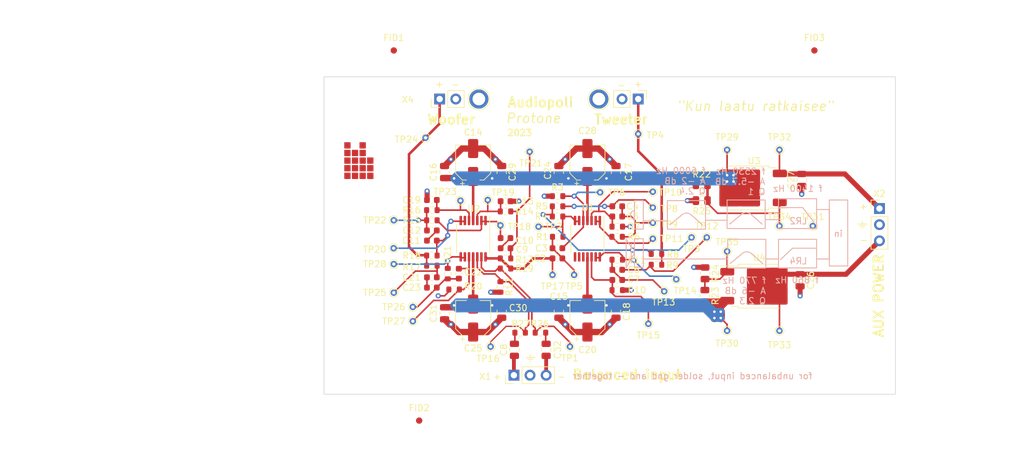
<source format=kicad_pcb>
(kicad_pcb (version 20221018) (generator pcbnew)
  (title_block (title "Active crossover for Audiopoli Protone speakers\n") (date "2023-05-06") (rev "B"))
  (layers (0 "F.Cu" signal) (1 "In1.Cu" power) (2 "In2.Cu" power) (31 "B.Cu" signal) (34 "B.Paste" user) (35 "F.Paste" user) (36 "B.SilkS" user "B.Silkscreen") (37 "F.SilkS" user "F.Silkscreen") (38 "B.Mask" user) (39 "F.Mask" user) (44 "Edge.Cuts" user))
  (net 0 "")
  (net 1 "INP")
  (net 2 "Net-(U1A-+)")
  (net 3 "Net-(U1A--)")
  (net 4 "Net-(C2-Pad2)")
  (net 5 "Net-(U1B-+)")
  (net 6 "Net-(C4-Pad1)")
  (net 7 "Net-(C4-Pad2)")
  (net 8 "Net-(C6-Pad1)")
  (net 9 "Net-(C6-Pad2)")
  (net 10 "Net-(U1D-+)")
  (net 11 "Net-(U2A-+)")
  (net 12 "Net-(C10-Pad1)")
  (net 13 "GND")
  (net 14 "Net-(U2B-+)")
  (net 15 "Net-(C9-Pad1)")
  (net 16 "/CrossW")
  (net 17 "Net-(U2C-+)")
  (net 18 "Net-(C21-Pad1)")
  (net 19 "Net-(C21-Pad2)")
  (net 20 "/BINP")
  (net 21 "Net-(C22-Pad2)")
  (net 22 "/CrossT")
  (net 23 "/betweenT")
  (net 24 "TOUT")
  (net 25 "Net-(U1D--)")
  (net 26 "Net-(U2A--)")
  (net 27 "WOUT")
  (net 28 "/BINN")
  (net 29 "VDD")
  (net 30 "-24V")
  (net 31 "+24V")
  (net 32 "VSS")
  (net 33 "Net-(U3-ADJ)")
  (net 34 "Net-(U4-ADJ)")
  (net 35 "Net-(C11-Pad1)")
  (net 36 "Net-(C12-Pad1)")
  (net 37 "Net-(U2C--)")
  (net 38 "Net-(C2-Pad1)")
  (net 39 "Net-(C8-Pad2)")
  (net 40 "INN")
  (net 41 "Net-(C32-Pad2)")
  (footprint "MountingHole:MountingHole_3.5mm" (layer "F.Cu") (at 123 121)
    (fp_text reference "H3" hide)
    (fp_text value "MountingHole_3.5mm")
  )
  (footprint "TestPoint:TestPoint_THTPad_D1.0mm_Drill0.5mm" (layer "F.Cu") (at 175.9 101.3)
    (fp_text reference "TP3")
    (fp_text value "TestPoint")
  )
  (footprint "Connector_PinHeader_2.54mm:PinHeader_1x02_P2.54mm_Vertical" (layer "F.Cu") (at 167.5 79.5 -90)
    (fp_text reference "X3" hide)
    (fp_text value "PinHeader_1x02_P2.54mm_Vertical")
  )
  (footprint "Capacitor_SMD:CP_Elec_5x5.4" (layer "F.Cu") (at 141.5 89.5 90)
    (fp_text reference "C14")
    (fp_text value "10u")
  )
  (footprint "Capacitor_SMD:C_0603_1608Metric" (layer "F.Cu") (at 135 107.58)
    (fp_text reference "C21")
    (fp_text value "180n")
  )
  (footprint "Fiducial:Fiducial_1mm_Mask2mm" (layer "F.Cu") (at 195.25 71.85)
    (fp_text reference "FID3")
    (fp_text value "Fiducial_1mm_Mask2mm")
  )
  (footprint "Resistor_SMD:R_0805_2012Metric" (layer "F.Cu") (at 177.5 93)
    (fp_text reference "R22")
    (fp_text value "470")
  )
  (footprint "Resistor_SMD:R_0603_1608Metric" (layer "F.Cu") (at 164.2 104.8)
    (fp_text reference "R11")
    (fp_text value "120")
  )
  (footprint "Capacitor_SMD:C_0805_2012Metric" (layer "F.Cu") (at 164 91 -90)
    (fp_text reference "C17")
    (fp_text value "100n")
  )
  (footprint "Resistor_SMD:R_0805_2012Metric" (layer "F.Cu") (at 177.5 95.5 180)
    (fp_text reference "R25")
    (fp_text value "2.2k")
  )
  (footprint "TestPoint:TestPoint_THTPad_D1.0mm_Drill0.5mm" (layer "F.Cu") (at 189.75 87.5)
    (fp_text reference "TP32")
    (fp_text value "TestPoint")
  )
  (footprint "Package_SO:TSSOP-14_4.4x5mm_P0.65mm" (layer "F.Cu") (at 159.5 101.5 -90)
    (fp_text reference "U1")
    (fp_text value "OPA1604")
  )
  (footprint "Capacitor_SMD:CP_Elec_5x5.4" (layer "F.Cu") (at 159.5 114 90)
    (fp_text reference "C15")
    (fp_text value "10u")
  )
  (footprint "Capacitor_SMD:C_0603_1608Metric" (layer "F.Cu") (at 146.6 95.6 180)
    (fp_text reference "C13")
    (fp_text value "56n")
  )
  (footprint "TestPoint:TestPoint_THTPad_D1.0mm_Drill0.5mm" (layer "F.Cu") (at 150.4 87.8)
    (fp_text reference "TP21")
    (fp_text value "TestPoint")
  )
  (footprint "Capacitor_SMD:C_0805_2012Metric" (layer "F.Cu") (at 146 113 -90)
    (fp_text reference "C30")
    (fp_text value "100n")
  )
  (footprint "Capacitor_SMD:C_0805_2012Metric" (layer "F.Cu") (at 164 113 -90)
    (fp_text reference "C18")
    (fp_text value "100n")
  )
  (footprint "TestPoint:TestPoint_THTPad_D1.0mm_Drill0.5mm" (layer "F.Cu") (at 169.1 114.9)
    (fp_text reference "TP15")
    (fp_text value "TestPoint")
  )
  (footprint "TestPoint:TestPoint_THTPad_D1.0mm_Drill0.5mm" (layer "F.Cu") (at 181.5 116)
    (fp_text reference "TP30")
    (fp_text value "TestPoint")
  )
  (footprint "TestPoint:TestPoint_THTPad_D1.0mm_Drill0.5mm" (layer "F.Cu") (at 189.75 99.5)
    (fp_text reference "TP34")
    (fp_text value "TestPoint")
  )
  (footprint "Resistor_SMD:R_0603_1608Metric" (layer "F.Cu") (at 135 98.6)
    (fp_text reference "R15")
    (fp_text value "2.4k")
  )
  (footprint "Resistor_SMD:R_0603_1608Metric" (layer "F.Cu") (at 146.6 106.2)
    (fp_text reference "R19")
    (fp_text value "10k")
  )
  (footprint "TestPoint:TestPoint_THTPad_D1.0mm_Drill0.5mm" (layer "F.Cu") (at 178.3 101.3)
    (fp_text reference "TP12")
    (fp_text value "TestPoint")
  )
  (footprint "TestPoint:TestPoint_THTPad_D1.0mm_Drill0.5mm" (layer "F.Cu") (at 129 110)
    (fp_text reference "TP25")
    (fp_text value "TestPoint")
  )
  (footprint "Resistor_SMD:R_0805_2012Metric" (layer "F.Cu") (at 178.025 106.945 -90)
    (fp_text reference "R24")
    (fp_text value "2.2k")
  )
  (footprint "Capacitor_SMD:C_0603_1608Metric" (layer "F.Cu") (at 139.25 107 -90)
    (fp_text reference "C22")
    (fp_text value "22n")
  )
  (footprint "TestPoint:TestPoint_THTPad_D1.0mm_Drill0.5mm" (layer "F.Cu") (at 195 99.5)
    (fp_text reference "TP31")
    (fp_text value "TestPoint")
  )
  (footprint "TestPoint:TestPoint_THTPad_D1.0mm_Drill0.5mm" (layer "F.Cu") (at 161.5 94.2)
    (fp_text reference "TP6")
    (fp_text value "TestPoint")
  )
  (footprint "MountingHole:MountingHole_3.5mm" (layer "F.Cu") (at 123 81)
    (fp_text reference "H1" hide)
    (fp_text value "MountingHole_3.5mm")
  )
  (footprint "Capacitor_SMD:C_0603_1608Metric" (layer "F.Cu") (at 135 109.2 180)
    (fp_text reference "C23")
    (fp_text value "180n")
  )
  (footprint "Capacitor_SMD:C_0603_1608Metric" (layer "F.Cu") (at 154.775 103)
    (fp_text reference "C3")
    (fp_text value "47n")
  )
  (footprint "Capacitor_SMD:C_0603_1608Metric" (layer "F.Cu") (at 135 101.8)
    (fp_text reference "C11")
    (fp_text value "220n")
  )
  (footprint "Capacitor_SMD:C_0805_2012Metric" (layer "F.Cu") (at 193 108.05 -90)
    (fp_text reference "C26")
    (fp_text value "100n")
  )
  (footprint "TestPoint:TestPoint_THTPad_D1.0mm_Drill0.5mm" (layer "F.Cu") (at 132 114.5)
    (fp_text reference "TP27")
    (fp_text value "TestPoint")
  )
  (footprint "TestPoint:TestPoint_THTPad_D1.0mm_Drill0.5mm" (layer "F.Cu") (at 181.5 87.5)
    (fp_text reference "TP29")
    (fp_text value "TestPoint")
  )
  (footprint "Capacitor_SMD:C_0805_2012Metric" (layer "F.Cu") (at 155 113 -90)
    (fp_text reference "C20")
    (fp_text value "100n")
  )
  (footprint "Resistor_SMD:R_0603_1608Metric" (layer "F.Cu") (at 170.375 105.6)
    (fp_text reference "R9")
    (fp_text value "5.6k")
  )
  (footprint "TestPoint:TestPoint_THTPad_D1.0mm_Drill0.5mm" (layer "F.Cu") (at 129 105.5)
    (fp_text reference "TP28")
    (fp_text value "TestPoint")
  )
  (footprint "Resistor_SMD:R_0603_1608Metric" (layer "F.Cu") (at 146.6 104.6 180)
    (fp_text reference "R13")
    (fp_text value "2.4k")
  )
  (footprint "TestPoint:TestPoint_THTPad_D1.0mm_Drill0.5mm" (layer "F.Cu") (at 169.8 94.1)
    (fp_text reference "TP10")
    (fp_text value "TestPoint")
  )
  (footprint "Resistor_SMD:R_0603_1608Metric" (layer "F.Cu") (at 154.8 94.8 180)
    (fp_text reference "R3")
    (fp_text value "2.4k")
  )
  (footprint "TestPoint:TestPoint_THTPad_D1.0mm_Drill0.5mm" (layer "F.Cu") (at 171.6 109.8)
    (fp_text reference "TP13")
    (fp_text value "TestPoint")
  )
  (footprint "Capacitor_SMD:C_0603_1608Metric" (layer "F.Cu") (at 146.6 101.4 180)
    (fp_text reference "C10")
    (fp_text value "220n")
  )
  (footprint "Connector_PinHeader_2.54mm:PinHeader_1x03_P2.54mm_Vertical" (layer "F.Cu") (at 147.92 123 90)
    (fp_text reference "X1")
    (fp_text value "PinHeader_1x03_P2.54mm_Vertical")
  )
  (footprint "Resistor_SMD:R_0603_1608Metric" (layer "F.Cu") (at 146.6 97.2)
    (fp_text reference "R14")
    (fp_text value "2.4k")
  )
  (footprint "TestPoint:TestPoint_THTPad_D1.0mm_Drill0.5mm" (layer "F.Cu") (at 134 85.6)
    (fp_text reference "TP24")
    (fp_text value "TestPoint")
  )
  (footprint "TestPoint:TestPoint_THTPad_D1.0mm_Drill0.5mm" (layer "F.Cu") (at 173.5 107.9)
    (fp_text reference "TP14")
    (fp_text value "TestPoint")
  )
  (footprint "Capacitor_SMD:C_0805_2012Metric" (layer "F.Cu") (at 148 119 90)
    (fp_text reference "C8")
    (fp_text value "1u")
  )
  (footprint "Capacitor_SMD:C_0805_2012Metric" (layer "F.Cu") (at 146 91 -90)
    (fp_text reference "C29")
    (fp_text value "100n")
  )
  (footprint "Capacitor_SMD:C_0603_1608Metric" (layer "F.Cu") (at 135 100.2)
    (fp_text reference "C12")
    (fp_text value "220n")
  )
  (footprint "Connector_PinHeader_2.54mm:PinHeader_1x03_P2.54mm_Vertical" (layer "F.Cu") (at 205.5 96.75)
    (fp_text reference "X2")
    (fp_text value "PinHeader_1x03_P2.54mm_Vertical")
  )
  (footprint "Connector_PinHeader_2.54mm:PinHeader_1x02_P2.54mm_Vertical" (layer "F.Cu") (at 136.225 79.5 90)
    (fp_text reference "X4")
    (fp_text value "PinHeader_1x02_P2.54mm_Vertical")
  )
  (footprint "Capacitor_SMD:C_0805_2012Metric" (layer "F.Cu") (at 193.25 92.25 90)
    (fp_text reference "C27")
    (fp_text value "100n")
  )
  (footprint "Resistor_SMD:R_0603_1608Metric" (layer "F.Cu") (at 148.9 116.3)
    (fp_text reference "R27")
    (fp_text value "10k")
  )
  (footprint "TestPoint:TestPoint_THTPad_D1.0mm_Drill0.5mm" (layer "F.Cu") (at 156.75 118.5)
    (fp_text reference "TP1")
    (fp_text value "TestPoint")
  )
  (footprint "Capacitor_SMD:C_0603_1608Metric" (layer "F.Cu") (at 154.775 104.6)
    (fp_text reference "C2")
    (fp_text value "47n")
  )
  (footprint "Capacitor_SMD:C_0603_1608Metric" (layer "F.Cu") (at 164.2 108)
    (fp_text reference "C7")
    (fp_text value "22n")
  )
  (footprint "Resistor_SMD:R_0603_1608Metric" (layer "F.Cu") (at 138.5 109.5)
    (fp_text reference "R20")
    (fp_text value "100k")
  )
  (footprint "Package_TO_SOT_SMD:TO-252-2" (layer "F.Cu") (at 184.75 93.5 180)
    (fp_text reference "U3")
    (fp_text value "LM317_TO-252")
  )
  (footprint "Resistor_SMD:R_0603_1608Metric" (layer "F.Cu") (at 164.2 109.6 180)
    (fp_text reference "R10")
    (fp_text value "100k")
  )
  (footprint "MountingHole:MountingHole_3.5mm" (layer "F.Cu") (at 203 121)
    (fp_text reference "H4" hide)
    (fp_text value "MountingHole_3.5mm")
  )
  (footprint "Resistor_SMD:R_0603_1608Metric" (layer "F.Cu") (at 154.8 96.4 180)
    (fp_text reference "R5")
    (fp_text value "1k")
  )
  (footprint "Fiducial:Fiducial_1mm_Mask2mm" (layer "F.Cu") (at 129 71.85)
    (fp_text reference "FID1")
    (fp_text value "Fiducial_1mm_Mask2mm")
  )
  (footprint "TestPoint:TestPoint_THTPad_D1.0mm_Drill0.5mm" (layer "F.Cu") (at 181.5 103.5)
    (fp_text reference "TP35")
    (fp_text value "TestPoint")
  )
  (footprint "Capacitor_SMD:C_0603_1608Metric" (layer "F.Cu") (at 146.6 103 180)
    (fp_text reference "C9")
    (fp_text value "220n")
  )
  (footprint "Capacitor_SMD:C_0805_2012Metric" (layer "F.Cu") (at 137 113.25 -90)
    (fp_text reference "C31")
    (fp_text value "100n")
  )
  (footprint "TestPoint:TestPoint_THTPad_D1.0mm_Drill0.5mm" (layer "F.Cu") (at 157.4 107.2)
    (fp_text reference "TP5")
    (fp_text value "TestPoint")
  )
  (footprint "Resistor_SMD:R_0805_2012Metric" (layer "F.Cu") (at 178 110.5 -90)
    (fp_text reference "R23")
    (fp_text value "470")
  )
  (footprint "MountingHole:MountingHole_3.5mm" (layer "F.Cu") (at 203 81)
    (fp_text reference "H2" hide)
    (fp_text value "MountingHole_3.5mm")
  )
  (footprint "TestPoint:TestPoint_THTPad_D1.0mm_Drill0.5mm" (layer "F.Cu") (at 167.5 85)
    (fp_text reference "TP4")
    (fp_text value "TestPoint")
  )
  (footprint "Capacitor_SMD:C_0603_1608Metric" (layer "F.Cu") (at 164.2 106.4)
    (fp_text reference "C6")
    (fp_text value "2.7n")
  )
  (footprint "TestPoint:TestPoint_THTPad_D1.0mm_Drill0.5mm" (layer "F.Cu") (at 169.8 99)
    (fp_text reference "TP9")
    (fp_text value "TestPoint")
  )
  (footprint "Resistor_SMD:R_0603_1608Metric" (layer "F.Cu") (at 164.175 101.2 180)
    (fp_text reference "R6")
    (fp_text value "33")
  )
  (footprint "TestPoint:TestPoint_THTPad_D1.0mm_Drill0.5mm" (layer "F.Cu") (at 169.8 101.5)
    (fp_text reference "TP11")
    (fp_text value "TestPoint")
  )
  (footprint "TestPoint:TestPoint_Plated_Hole_D2.0mm" (layer "F.Cu") (at 161.3 79.5)
    (fp_text reference "REF**" hide)
    (fp_text value "TestPoint_Plated_Hole_D2.0mm")
  )
  (footprint "Resistor_SMD:R_0603_1608Metric" (layer "F.Cu") (at 137.5 107 90)
    (fp_text reference "R21")
    (fp_text value "205")
  )
  (footprint "TestPoint:TestPoint_THTPad_D1.0mm_Drill0.5mm" (layer "F.Cu") (at 189.75 116)
    (fp_text reference "TP33")
    (fp_text value "TestPoint")
  )
  (footprint "Capacitor_SMD:C_0603_1608Metric" (layer "F.Cu") (at 164.2 98)
    (fp_text reference "C5")
    (fp_text value "22n")
  )
  (footprint "Resistor_SMD:R_0603_1608Metric" (layer "F.Cu") (at 170.375 103.9 180)
    (fp_text reference "R8")
    (fp_text value "1.5k")
  )
  (footprint "Capacitor_SMD:C_0805_2012Metric" (layer "F.Cu") (at 155 91 -90)
    (fp_text reference "C24")
    (fp_text value "100n")
  )
  (footprint "Capacitor_SMD:C_0603_1608Metric" (layer "F.Cu") (at 135 95.4)
    (fp_text reference "C19")
    (fp_text value "56n")
  )
  (footprint "Resistor_SMD:R_0603_1608Metric" (layer "F.Cu") (at 154.825 101.2 180)
    (fp_text reference "R1")
    (fp_text value "2.4k")
  )
  (footprint "Resistor_SMD:R_0603_1608Metric" (layer "F.Cu") (at 152.1 116.3)
    (fp_text reference "R26")
    (fp_text value "10k")
  )
  (footprint "Resistor_SMD:R_0603_1608Metric" (layer "F.Cu") (at 164.2 99.6 180)
    (fp_text reference "R7")
    (fp_text value "100k")
  )
  (footprint "Fiducial:Fiducial_1mm_Mask2mm" (layer "F.Cu") (at 133 130.15)
    (fp_text reference "FID2")
    (fp_text value "Fiducial_1mm_Mask2mm")
  )
  (footprint "TestPoint:TestPoint_THTPad_D1.0mm_Drill0.5mm" (layer "F.Cu") (at 169.8 96.6)
    (fp_text reference "TP8")
    (fp_text value "TestPoint")
  )
  (footprint "Resistor_SMD:R_0603_1608Metric" (layer "F.Cu") (at 135 97 180)
    (fp_text reference "R16")
    (fp_text value "2.4k")
  )
  (footprint "TestPoint:TestPoint_THTPad_D1.0mm_Drill0.5mm" (layer "F.Cu") (at 139.5 95.5)
    (fp_text reference "TP23")
    (fp_text value "TestPoint")
  )
  (footprint "TestPoint:TestPoint_Plated_Hole_D2.0mm" (layer "F.Cu") (at 142.4 79.5)
    (fp_text reference "REF**" hide)
    (fp_text value "TestPoint_Plated_Hole_D2.0mm")
  )
  (footprint "Resistor_SMD:R_0603_1608Metric" (layer "F.Cu") (at 135 105.75 180)
    (fp_text reference "R17")
    (fp_text value "820")
  )
  (footprint "Package_TO_SOT_SMD:TO-252-2" (layer "F.Cu") (at 186.565 108.975)
    (fp_text reference "U4")
    (fp_text value "LM337_TO252")
  )
  (footprint "Capacitor_SMD:CP_Elec_5x5.4" (layer "F.Cu") (at 159.5 89.5 90)
    (fp_text reference "C28")
    (fp_text value "10u")
  )
  (footprint "Capacitor_SMD:CP_Elec_5x5.4" (layer "F.Cu") (at 141.5 114 90)
    (fp_text reference "C25")
    (fp_text value "10u")
  )
  (footprint "TestPoint:TestPoint_THTPad_D1.0mm_Drill0.5mm" (layer "F.Cu") (at 143.8 95.4)
    (fp_text reference "TP19")
    (fp_text value "TestPoint")
  )
  (footprint "Capacitor_SMD:C_0805_2012Metric" (layer "F.Cu") (at 137 91 -90)
    (fp_text reference "C16")
    (fp_text value "100n")
  )
  (footprint "Resistor_SMD:R_0603_1608Metric" (layer "F.Cu") (at 154.8 98)
    (fp_text reference "R4")
    (fp_text value "1k")
  )
  (footprint "Capacitor_SMD:C_0603_1608Metric" (layer "F.Cu") (at 164.2 96.4 180)
    (fp_text reference "C4")
    (fp_text value "56n")
  )
  (footprint "TestPoint:TestPoint_THTPad_D1.0mm_Drill0.5mm" (layer "F.Cu") (at 151.8 99.6)
    (fp_text reference "TP2")
    (fp_text value "TestPoint")
  )
  (footprint "Resistor_SMD:R_0603_1608Metric" (layer "F.Cu") (at 135 104.15)
    (fp_text reference "R18")
    (fp_text value "1k")
  )
  (footprint "TestPoint:TestPoint_THTPad_D1.0mm_Drill0.5mm" (layer "F.Cu") (at 129 98.6)
    (fp_text reference "TP22")
    (fp_text value "TestPoint")
  )
  (footprint "TestPoint:TestPoint_THTPad_D1.0mm_Drill0.5mm" (layer "F.Cu") (at 145.8 99.4)
    (fp_text reference "TP18")
    (fp_text value "TestPoint")
  )
  (footprint "Resistor_SMD:R_0603_1608Metric" (layer "F.Cu") (at 145.8 109.1 -90)
    (fp_text reference "R12")
    (fp_text value "10k")
  )
  (footprint "Capacitor_SMD:C_0805_2012Metric" (layer "F.Cu") (at 153 119 90)
    (fp_text reference "C32")
    (fp_text value "1u")
  )
  (footprint "TestPoint:TestPoint_THTPad_D1.0mm_Drill0.5mm" (layer "F.Cu") (at 128.975 103)
    (fp_text reference "TP20")
    (fp_text value "TestPoint")
  )
  (footprint "TestPoint:TestPoint_THTPad_D1.0mm_Drill0.5mm" (layer "F.Cu") (at 144.25 118.5)
    (fp_text reference "TP16")
    (fp_text value "TestPoint")
  )
  (footprint "TestPoint:TestPoint_THTPad_D1.0mm_Drill0.5mm" (layer "F.Cu") (at 132 112.25)
    (fp_text reference "TP26")
    (fp_text value "TestPoint")
  )
  (footprint "TestPoint:TestPoint_THTPad_D1.0mm_Drill0.5mm" (layer "F.Cu") (at 154 107.2)
    (fp_text reference "TP17")
    (fp_text value "TestPoint")
  )
  (footprint "Package_SO:TSSOP-14_4.4x5mm_P0.65mm" (layer "F.Cu") (at 141.5 101.5 -90)
    (fp_text reference "U2")
    (fp_text value "OPA1604")
  )
  (gr_rect (start 124.9 90) (end 125.7 90.8) (stroke (width 0.2)) (fill solid) (layer "F.Cu"))
  (gr_rect (start 123.7 86.4) (end 124.5 87.2) (stroke (width 0.2)) (fill solid) (layer "F.Cu"))
  (gr_rect (start 122.5 88.8) (end 123.3 89.6) (stroke (width 0.2)) (fill solid) (layer "F.Cu"))
  (gr_rect (start 122.5 91.2) (end 123.3 92) (stroke (width 0.2)) (fill solid) (layer "F.Cu"))
  (gr_rect (start 124.9 91.2) (end 125.7 92) (stroke (width 0.2)) (fill solid) (layer "F.Cu"))
  (gr_rect (start 123.7 88.8) (end 124.5 89.6) (stroke (width 0.2)) (fill solid) (layer "F.Cu"))
  (gr_rect (start 123.7 87.6) (end 124.5 88.4) (stroke (width 0.2)) (fill solid) (layer "F.Cu"))
  (gr_rect (start 121.3 90) (end 122.1 90.8) (stroke (width 0.2)) (fill solid) (layer "F.Cu"))
  (gr_rect (start 122.5 90) (end 123.3 90.8) (stroke (width 0.2)) (fill solid) (layer "F.Cu"))
  (gr_rect (start 121.3 91.2) (end 122.1 92) (stroke (width 0.2)) (fill solid) (layer "F.Cu"))
  (gr_rect (start 123.7 90) (end 124.5 90.8) (stroke (width 0.2)) (fill solid) (layer "F.Cu"))
  (gr_rect (start 122.5 87.6) (end 123.3 88.4) (stroke (width 0.2)) (fill solid) (layer "F.Cu"))
  (gr_rect (start 121.3 87.6) (end 122.1 88.4) (stroke (width 0.2)) (fill solid) (layer "F.Cu"))
  (gr_rect (start 123.7 91.2) (end 124.5 92) (stroke (width 0.2)) (fill solid) (layer "F.Cu"))
  (gr_rect (start 121.3 88.8) (end 122.1 89.6) (stroke (width 0.2)) (fill solid) (layer "F.Cu"))
  (gr_rect (start 124.9 88.8) (end 125.7 89.6) (stroke (width 0.2)) (fill solid) (layer "F.Cu"))
  (gr_rect (start 121.3 86.4) (end 122.1 87.2) (stroke (width 0.2)) (fill solid) (layer "F.Cu"))
  (gr_rect (start 189.6 101.6) (end 195.6 106.1) (stroke (width 0.15)) (fill none) (layer "B.SilkS"))
  (gr_arc (start 183.706951 104.005406) (mid 184.5297 103.570817) (end 185.399999 103.900001) (stroke (width 0.15)) (layer "B.SilkS"))
  (gr_rect (start 166.9 101.5) (end 168.3 106) (stroke (width 0.15)) (fill none) (layer "B.SilkS"))
  (gr_line (start 181.9 99.2) (end 183.6 97.8) (stroke (width 0.15)) (layer "B.SilkS"))
  (gr_line (start 187.1 105.4) (end 185.4 103.9) (stroke (width 0.15)) (layer "B.SilkS"))
  (gr_line (start 166.4 102.3) (end 166.4 105.3) (stroke (width 0.15)) (layer "B.SilkS"))
  (gr_line (start 181.6 104.7) (end 168.3 104.7) (stroke (width 0.15)) (layer "B.SilkS"))
  (gr_rect (start 166.9 95.5) (end 168.3 100) (stroke (width 0.15)) (fill none) (layer "B.SilkS"))
  (gr_line (start 195.6 103) (end 191.8 103) (stroke (width 0.15)) (layer "B.SilkS"))
  (gr_line (start 189.6 104.7) (end 187.6 104.7) (stroke (width 0.15)) (layer "B.SilkS"))
  (gr_arc (start 166.9 98.4) (mid 166.25 97.75) (end 166.9 97.1) (stroke (width 0.15)) (layer "B.SilkS"))
  (gr_rect (start 189.6 95.2) (end 195.6 99.9) (stroke (width 0.15)) (fill none) (layer "B.SilkS"))
  (gr_arc (start 174.206951 97.905406) (mid 175.0297 97.470817) (end 175.899999 97.800001) (stroke (width 0.15)) (layer "B.SilkS"))
  (gr_line (start 181.5 98.6) (end 178.1 98.6) (stroke (width 0.15)) (layer "B.SilkS"))
  (gr_line (start 191.8 103) (end 189.9 104.8) (stroke (width 0.15)) (layer "B.SilkS"))
  (gr_line (start 189.5 98.5) (end 187.5 98.5) (stroke (width 0.15)) (layer "B.SilkS"))
  (gr_line (start 165.6 106.1) (end 166.9 103.75) (stroke (width 0.15)) (layer "B.SilkS"))
  (gr_line (start 187 99.2) (end 185.3 97.7) (stroke (width 0.15)) (layer "B.SilkS"))
  (gr_line (start 193.4 96.6) (end 195.2 98.9) (stroke (width 0.15)) (layer "B.SilkS"))
  (gr_arc (start 183.606951 97.805406) (mid 184.4297 97.370817) (end 185.299999 97.700001) (stroke (width 0.15)) (layer "B.SilkS"))
  (gr_line (start 177.6 99.3) (end 175.9 97.8) (stroke (width 0.15)) (layer "B.SilkS"))
  (gr_line (start 197.6 96.9) (end 195.6 96.9) (stroke (width 0.15)) (layer "B.SilkS"))
  (gr_line (start 166.9 103.75) (end 165.6 101.5) (stroke (width 0.15)) (layer "B.SilkS"))
  (gr_line (start 182 105.4) (end 183.7 104) (stroke (width 0.15)) (layer "B.SilkS"))
  (gr_line (start 172.1 98.7) (end 168.3 98.7) (stroke (width 0.15)) (layer "B.SilkS"))
  (gr_line (start 197.6 104.7) (end 195.6 104.7) (stroke (width 0.15)) (layer "B.SilkS"))
  (gr_line (start 197.6 104.7) (end 197.6 96.9) (stroke (width 0.15)) (layer "B.SilkS"))
  (gr_rect (start 181.5 95.4) (end 187.5 99.9) (stroke (width 0.15)) (fill none) (layer "B.SilkS"))
  (gr_line (start 172.5 99.3) (end 174.2 97.9) (stroke (width 0.15)) (layer "B.SilkS"))
  (gr_rect (start 197.6 95.4) (end 200.5 105.8) (stroke (width 0.15)) (fill none) (layer "B.SilkS"))
  (gr_rect (start 181.6 101.6) (end 187.6 106.1) (stroke (width 0.15)) (fill none) (layer "B.SilkS"))
  (gr_line (start 189.6 96.6) (end 193.4 96.6) (stroke (width 0.15)) (layer "B.SilkS"))
  (gr_line (start 165.6 101.5) (end 165.6 106.1) (stroke (width 0.15)) (layer "B.SilkS"))
  (gr_rect (start 172.1 95.5) (end 178.1 100) (stroke (width 0.15)) (fill none) (layer "B.SilkS"))
  (gr_line (start 202.1 99.2) (end 203.5 99.2) (stroke (width 0.15)) (layer "F.SilkS"))
  (gr_line (start 150.9 120.5) (end 150.1 120.5) (stroke (width 0.15)) (layer "F.SilkS"))
  (gr_line (start 149.8 120.2) (end 151.2 120.2) (stroke (width 0.15)) (layer "F.SilkS"))
  (gr_line (start 202.8 98.8) (end 202.8 99.2) (stroke (width 0.15)) (layer "F.SilkS"))
  (gr_line (start 150.5 119.8) (end 150.5 120.2) (stroke (width 0.15)) (layer "F.SilkS"))
  (gr_line (start 202.9 99.8) (end 202.7 99.8) (stroke (width 0.15)) (layer "F.SilkS"))
  (gr_line (start 203.2 99.5) (end 202.4 99.5) (stroke (width 0.15)) (layer "F.SilkS"))
  (gr_line (start 150.6 120.8) (end 150.4 120.8) (stroke (width 0.15)) (layer "F.SilkS"))
  (gr_rect (start 118 76) (end 208 126) (stroke (width 0.1)) (fill none) (layer "Edge.Cuts"))
  (gr_text "f 2530 Hz\nA -5.7 dB\nQ 1" (at 187.6 94.7) (layer "B.SilkS") (effects (font (size 1 1)) (justify left bottom mirror)))
  (gr_text "f 6000 Hz\nA -2 dB\nQ 2.4" (at 178.2 94.6) (layer "B.SilkS") (effects (font (size 1 1)) (justify left bottom mirror)))
  (gr_text "f 860 Hz" (at 196 108.6) (layer "B.SilkS") (effects (font (size 1 1)) (justify left bottom mirror)))
  (gr_text "f 1400 Hz" (at 196.6 94.2) (layer "B.SilkS") (effects (font (size 1 1)) (justify left bottom mirror)))
  (gr_text "LR2" (at 194.2 99.3) (layer "B.SilkS") (effects (font (size 1 1)) (justify left bottom mirror)))
  (gr_text "LR4" (at 194.2 105.6) (layer "B.SilkS") (effects (font (size 1 1)) (justify left bottom mirror)))
  (gr_text "in" (at 199.8 101.3) (layer "B.SilkS") (effects (font (size 1 1)) (justify left bottom mirror)))
  (gr_text "for unbalanced input, solder gnd and - together" (at 195 123.7) (layer "B.SilkS") (effects (font (size 1 1)) (justify left bottom mirror)))
  (gr_text "f 770 Hz\nA -6 dB\nQ 2.3" (at 187.7 111.9) (layer "B.SilkS") (effects (font (size 1 1)) (justify left bottom mirror)))
  (gr_text "Woofer" (at 134.1 83.6) (layer "F.SilkS") (effects (font (size 1.5 1.5) (thickness 0.3) bold) (justify left bottom)))
  (gr_text "Protone" (at 146.55 83.4) (layer "F.SilkS") (effects (font (size 1.5 1.5) (thickness 0.1875) italic) (justify left bottom)))
  (gr_text "AUX POWER" (at 206.25 117.2 90) (layer "F.SilkS") (effects (font (size 1.5 1.5) (thickness 0.3) bold) (justify left bottom)))
  (gr_text "Balanced input" (at 157 123.8) (layer "F.SilkS") (effects (font (size 1.5 1.5) (thickness 0.3) bold) (justify left bottom)))
  (gr_text "-" (at 202.3 102.3) (layer "F.SilkS") (effects (font (size 1 1)) (justify left bottom)))
  (gr_text "Tweeter" (at 160.4 83.6) (layer "F.SilkS") (effects (font (size 1.5 1.5) (thickness 0.3) bold) (justify left bottom)))
  (gr_text "-" (at 165.6 76.9 180) (layer "F.SilkS") (effects (font (size 1 1)) (justify left bottom)))
  (gr_text "2023\n" (at 146.8 85.4) (layer "F.SilkS") (effects (font (size 1 1) (thickness 0.2) bold) (justify left bottom)))
  (gr_text "+" (at 146 122.8 180) (layer "F.SilkS") (effects (font (size 1 1)) (justify left bottom)))
  (gr_text "+" (at 168.2 76.7 180) (layer "F.SilkS") (effects (font (size 1 1)) (justify left bottom)))
  (gr_text "-" (at 156.1 122.8 180) (layer "F.SilkS") (effects (font (size 1 1)) (justify left bottom)))
  (gr_text "+" (at 136.9 76.7 180) (layer "F.SilkS") (effects (font (size 1 1)) (justify left bottom)))
  (gr_text "-" (at 139.4 76.8 180) (layer "F.SilkS") (effects (font (size 1 1)) (justify left bottom)))
  (gr_text "Audiopoli\n" (at 146.8 80.9) (layer "F.SilkS") (effects (font (size 1.5 1.5) (thickness 0.3) bold) (justify left bottom)))
  (gr_text "{dblquote}Kun laatu ratkaisee{dblquote}" (at 173.5 81.5) (layer "F.SilkS") (effects (font (size 1.5 1.5) (thickness 0.1875) italic) (justify left bottom)))
  (gr_text "+" (at 202.25 97) (layer "F.SilkS") (effects (font (size 1 1)) (justify left bottom)))
  (segment (start 147.92 123) (end 147.92 120.07) (width 0.6) (layer "F.Cu") (net 1))
  (segment (start 160.15 97.55) (end 160.5 97.2) (width 0.25) (layer "F.Cu") (net 2))
  (segment (start 160.15 98.6375) (end 160.15 97.55) (width 0.25) (layer "F.Cu") (net 2))
  (segment (start 163.425 99.55) (end 163.375 99.6) (width 0.25) (layer "F.Cu") (net 2))
  (segment (start 161.3 96.274695) (end 163.474694 94.1) (width 0.25) (layer "F.Cu") (net 2))
  (segment (start 163.425 98) (end 163.425 99.55) (width 0.25) (layer "F.Cu") (net 2))
  (segment (start 161.3 97.2) (end 161.3 96.274695) (width 0.25) (layer "F.Cu") (net 2))
  (segment (start 163 98) (end 163.425 98) (width 0.25) (layer "F.Cu") (net 2))
  (segment (start 160.5 97.2) (end 161.3 97.2) (width 0.25) (layer "F.Cu") (net 2))
  (segment (start 161.3 97.2) (end 162.2 97.2) (width 0.25) (layer "F.Cu") (net 2))
  (segment (start 163.474694 94.1) (end 169.8 94.1) (width 0.25) (layer "F.Cu") (net 2))
  (segment (start 162.2 97.2) (end 163 98) (width 0.25) (layer "F.Cu") (net 2))
  (segment (start 161.45 99.65) (end 161.45 98.6375) (width 0.25) (layer "F.Cu") (net 3))
  (segment (start 163.35 101.2) (end 163 101.2) (width 0.25) (layer "F.Cu") (net 3))
  (segment (start 164.35 102.2) (end 163.35 101.2) (width 0.25) (layer "F.Cu") (net 3))
  (segment (start 169.1 102.2) (end 164.35 102.2) (width 0.25) (layer "F.Cu") (net 3))
  (segment (start 160.8 98.775) (end 161.45 98.775) (width 0.25) (layer "F.Cu") (net 3))
  (segment (start 163 101.2) (end 161.45 99.65) (width 0.25) (layer "F.Cu") (net 3))
  (segment (start 169.8 101.5) (end 169.1 102.2) (width 0.25) (layer "F.Cu") (net 3))
  (segment (start 155.55 104.55) (end 154 103) (width 0.25) (layer "F.Cu") (net 4))
  (segment (start 155.55 104.6) (end 157.4 106.45) (width 0.25) (layer "F.Cu") (net 4))
  (segment (start 155.55 104.6) (end 155.55 104.55) (width 0.25) (layer "F.Cu") (net 4))
  (segment (start 154 101.2) (end 154 103) (width 0.25) (layer "F.Cu") (net 4))
  (segment (start 157.4 106.45) (end 157.4 107.2) (width 0.25) (layer "F.Cu") (net 4))
  (segment (start 157.4 94.8) (end 157.65 94.8) (width 0.25) (layer "F.Cu") (net 5))
  (segment (start 158.85 96) (end 158.85 98.6375) (width 0.25) (layer "F.Cu") (net 5))
  (segment (start 158.85 99.7) (end 158.85 98.6375) (width 0.25) (layer "F.Cu") (net 5))
  (segment (start 157.65 94.8) (end 158.85 96) (width 0.25) (layer "F.Cu") (net 5))
  (segment (start 155.55 103) (end 158.85 99.7) (width 0.25) (layer "F.Cu") (net 5))
  (segment (start 155.625 94.8) (end 157.4 94.8) (width 0.25) (layer "F.Cu") (net 5))
  (via (at 157.4 94.8) (size 0.8) (drill 0.4) (layers "F.Cu" "B.Cu") (net 5))
  (segment (start 161.5 94.2) (end 158 94.2) (width 0.25) (layer "B.Cu") (net 5))
  (segment (start 158 94.2) (end 157.4 94.8) (width 0.25) (layer "B.Cu") (net 5))
  (segment (start 167 100.6) (end 166.4 101.2) (width 0.25) (layer "F.Cu") (net 6))
  (segment (start 169.8 99) (end 167 99) (width 0.25) (layer "F.Cu") (net 6))
  (segment (start 167 98.6) (end 167 99) (width 0.25) (layer "F.Cu") (net 6))
  (segment (start 164.975 98) (end 166.4 98) (width 0.25) (layer "F.Cu") (net 6))
  (segment (start 166.4 98) (end 167 98.6) (width 0.25) (layer "F.Cu") (net 6))
  (segment (start 166.4 101.2) (end 165 101.2) (width 0.25) (layer "F.Cu") (net 6))
  (segment (start 167 99) (end 167 100.6) (width 0.25) (layer "F.Cu") (net 6))
  (segment (start 164.975 98) (end 164.975 96.4) (width 0.25) (layer "F.Cu") (net 6))
  (segment (start 162.2 96.4) (end 163.425 96.4) (width 0.25) (layer "F.Cu") (net 7))
  (segment (start 164.425 95.4) (end 168.6 95.4) (width 0.25) (layer "F.Cu") (net 7))
  (segment (start 163.425 96.4) (end 164.425 95.4) (width 0.25) (layer "F.Cu") (net 7))
  (segment (start 155.625 96.4) (end 157.4 96.4) (width 0.25) (layer "F.Cu") (net 7))
  (segment (start 168.6 95.4) (end 169.8 96.6) (width 0.25) (layer "F.Cu") (net 7))
  (via (at 157.4 96.4) (size 0.8) (drill 0.4) (layers "F.Cu" "B.Cu") (net 7))
  (via (at 162.2 96.4) (size 0.8) (drill 0.4) (layers "F.Cu" "B.Cu") (net 7))
  (segment (start 157.4 96.4) (end 162.2 96.4) (width 0.25) (layer "B.Cu") (net 7))
  (segment (start 163.375 106.35) (end 163.425 106.4) (width 0.25) (layer "F.Cu") (net 8))
  (segment (start 163.375 104.8) (end 163.375 106.35) (width 0.25) (layer "F.Cu") (net 8))
  (segment (start 163.425 106.45) (end 164.975 108) (width 0.25) (layer "F.Cu") (net 8))
  (segment (start 169.8 108) (end 171.6 109.8) (width 0.25) (layer "F.Cu") (net 8))
  (segment (start 164.975 108) (end 169.8 108) (width 0.25) (layer "F.Cu") (net 8))
  (segment (start 163.425 106.4) (end 163.425 106.45) (width 0.25) (layer "F.Cu") (net 8))
  (segment (start 170.1 106.6) (end 173 106.6) (width 0.25) (layer "F.Cu") (net 9))
  (segment (start 164.975 106.4) (end 168.75 106.4) (width 0.25) (layer "F.Cu") (net 9))
  (segment (start 169.55 105.6) (end 169.55 106.05) (width 0.25) (layer "F.Cu") (net 9))
  (segment (start 173 106.6) (end 178.3 101.3) (width 0.25) (layer "F.Cu") (net 9))
  (segment (start 168.75 106.4) (end 169.55 105.6) (width 0.25) (layer "F.Cu") (net 9))
  (segment (start 169.55 106.05) (end 170.1 106.6) (width 0.25) (layer "F.Cu") (net 9))
  (segment (start 167.9 110.6) (end 163.9 110.6) (width 0.25) (layer "F.Cu") (net 10))
  (segment (start 169.1 111.8) (end 167.9 110.6) (width 0.25) (layer "F.Cu") (net 10))
  (segment (start 160.6 108) (end 160.15 107.55) (width 0.25) (layer "F.Cu") (net 10))
  (segment (start 160.15 107.55) (end 160.15 104.3625) (width 0.25) (layer "F.Cu") (net 10))
  (segment (start 163.9 110.6) (end 163.375 110.075) (width 0.25) (layer "F.Cu") (net 10))
  (segment (start 163.425 108) (end 163.425 109.55) (width 0.25) (layer "F.Cu") (net 10))
  (segment (start 163.425 108) (end 160.6 108) (width 0.25) (layer "F.Cu") (net 10))
  (segment (start 163.425 109.55) (end 163.375 109.6) (width 0.25) (layer "F.Cu") (net 10))
  (segment (start 169.1 114.9) (end 169.1 111.8) (width 0.25) (layer "F.Cu") (net 10))
  (segment (start 163.375 110.075) (end 163.375 109.6) (width 0.25) (layer "F.Cu") (net 10))
  (segment (start 144 95.6) (end 143.8 95.4) (width 0.25) (layer "F.Cu") (net 11))
  (segment (start 143.8 95.4) (end 143.8 97.2) (width 0.25) (layer "F.Cu") (net 11))
  (segment (start 142.15 97.668229) (end 142.15 98.775) (width 0.25) (layer "F.Cu") (net 11))
  (segment (start 145.825 95.6) (end 145.825 97.15) (width 0.25) (layer "F.Cu") (net 11))
  (segment (start 142.618229 97.2) (end 142.15 97.668229) (width 0.25) (layer "F.Cu") (net 11))
  (segment (start 143.8 97.2) (end 142.618229 97.2) (width 0.25) (layer "F.Cu") (net 11))
  (segment (start 145.825 97.15) (end 145.775 97.2) (width 0.25) (layer "F.Cu") (net 11))
  (segment (start 145.775 97.2) (end 143.8 97.2) (width 0.25) (layer "F.Cu") (net 11))
  (segment (start 145.825 103) (end 145.825 102.95) (width 0.25) (layer "F.Cu") (net 12))
  (segment (start 145.825 102.95) (end 147.375 101.4) (width 0.25) (layer "F.Cu") (net 12))
  (segment (start 159.5 87.3) (end 161.25 87.3) (width 1) (layer "F.Cu") (net 13))
  (segment (start 137 110.5) (end 137.675 109.825) (width 0.25) (layer "F.Cu") (net 13))
  (segment (start 156 89.05) (end 156 89) (width 1) (layer "F.Cu") (net 13))
  (segment (start 178.025 106.0325) (end 177.9925 106) (width 0.25) (layer "F.Cu") (net 13))
  (segment (start 193 109) (end 193 110.5) (width 0.8) (layer "F.Cu") (net 13))
  (segment (start 138.05 89) (end 139.75 87.3) (width 1) (layer "F.Cu") (net 13))
  (segment (start 138 89.05) (end 138 89) (width 1) (layer "F.Cu") (net 13))
  (segment (start 134.25 94) (end 134.25 95.375) (width 0.8) (layer "F.Cu") (net 13))
  (segment (start 138 115) (end 138 114.95) (width 1) (layer "F.Cu") (net 13))
  (segment (start 163 115) (end 163 114.95) (width 1) (layer "F.Cu") (net 13))
  (segment (start 141.5 116.2) (end 139.25 116.2) (width 1) (layer "F.Cu") (net 13))
  (segment (start 193.25 93.2) (end 193.25 94.5) (width 0.8) (layer "F.Cu") (net 13))
  (segment (start 162.95 115) (end 163 115) (width 1) (layer "F.Cu") (net 13))
  (segment (start 138 89) (end 138.05 89) (width 1) (layer "F.Cu") (net 13))
  (segment (start 155 90.05) (end 156 89.05) (width 1) (layer "F.Cu") (net 13))
  (segment (start 139.25 116.2) (end 138.05 115) (width 1) (layer "F.Cu") (net 13))
  (segment (start 165.025 109.6) (end 166.4 109.6) (width 0.8) (layer "F.Cu") (net 13))
  (segment (start 156.05 115) (end 156 115) (width 1) (layer "F.Cu") (net 13))
  (segment (start 159.5 116.2) (end 157.25 116.2) (width 1) (layer "F.Cu") (net 13))
  (segment (start 153.975 94.8) (end 152.7 94.8) (width 0.8) (layer "F.Cu") (net 13))
  (segment (start 137 90.05) (end 138 89.05) (width 1) (layer "F.Cu") (net 13))
  (segment (start 141.5 116.2) (end 143.75 116.2) (width 1) (layer "F.Cu") (net 13))
  (segment (start 157.75 87.3) (end 159.5 87.3) (width 1) (layer "F.Cu") (net 13))
  (segment (start 147.375 95.6) (end 148.7 95.6) (width 0.8) (layer "F.Cu") (net 13))
  (segment (start 138 115) (end 137.8 115) (width 1) (layer "F.Cu") (net 13))
  (segment (start 143.75 116.2) (end 144.95 115) (width 1) (layer "F.Cu") (net 13))
  (segment (start 176.5875 95.5) (end 175.25 95.5) (width 0.8) (layer "F.Cu") (net 13))
  (segment (start 161.25 87.3) (end 162.95 89) (width 1) (layer "F.Cu") (net 13))
  (segment (start 144.95 115) (end 145 115) (width 1) (layer "F.Cu") (net 13))
  (segment (start 144.95 89) (end 143.25 87.3) (width 1) (layer "F.Cu") (net 13))
  (segment (start 161.75 116.2) (end 162.95 115) (width 1) (layer "F.Cu") (net 13))
  (segment (start 145 89) (end 144.95 89) (width 1) (layer "F.Cu") (net 13))
  (segment (start 156 89) (end 156.05 89) (width 1) (layer "F.Cu") (net 13))
  (segment (start 139.75 87.3) (end 141.5 87.3) (width 1) (layer "F.Cu") (net 13))
  (segment (start 137.675 109.825) (end 137.675 109.5) (width 0.25) (layer "F.Cu") (net 13))
  (segment (start 143.25 87.3) (end 141.5 87.3) (width 1) (layer "F.Cu") (net 13))
  (segment (start 145.8 109.925) (end 144.275 109.925) (width 0.8) (layer "F.Cu") (net 13))
  (segment (start 145 89.05) (end 145 89) (width 1) (layer "F.Cu") (net 13))
  (segment (start 137.8 115) (end 137 114.2) (width 1) (layer "F.Cu") (net 13))
  (segment (start 134.25 95.375) (end 134.225 95.4) (width 0.25) (layer "F.Cu") (net 13))
  (segment (start 165.025 99.6) (end 166.2 99.6) (width 0.25) (layer "F.Cu") (net 13))
  (segment (start 156.05 89) (end 157.75 87.3) (width 1) (layer "F.Cu") (net 13))
  (segment (start 157.25 116.2) (end 156.05 115) (width 1) (layer "F.Cu") (net 13))
  (segment (start 145 114.95) (end 146 113.95) (width 1) (layer "F.Cu") (net 13))
  (segment (start 156 115) (end 156 114.95) (width 1) (layer "F.Cu") (net 13))
  (segment (start 163 89.05) (end 164 90.05) (width 1) (layer "F.Cu") (net 13))
  (segment (start 163 114.95) (end 164 113.95) (width 1) (layer "F.Cu") (net 13))
  (segment (start 177.9925 106) (end 176.25 106) (width 0.8) (layer "F.Cu") (net 13))
  (segment (start 146 90.05) (end 145 89.05) (width 1) (layer "F.Cu") (net 13))
  (segment (start 163 89) (end 163 89.05) (width 1) (layer "F.Cu") (net 13))
  (segment (start 136 110.5) (end 137 110.5) (width 0.25) (layer "F.Cu") (net 13))
  (segment (start 156 114.95) (end 155 113.95) (width 1) (layer "F.Cu") (net 13))
  (segment (start 138.05 115) (end 138 115) (width 1) (layer "F.Cu") (net 13))
  (segment (start 145 115) (end 145 114.95) (width 1) (layer "F.Cu") (net 13))
  (segment (start 162.95 89) (end 163 89) (width 1) (layer "F.Cu") (net 13))
  (segment (start 159.5 116.2) (end 161.75 116.2) (width 1) (layer "F.Cu") (net 13))
  (via (at 163 115) (size 0.8) (drill 0.4) (layers "F.Cu" "B.Cu") (net 13))
  (via (at 156 89) (size 0.8) (drill 0.4) (layers "F.Cu" "B.Cu") (net 13))
  (via (at 156 115) (size 0.8) (drill 0.4) (layers "F.Cu" "B.Cu") (net 13))
  (via (at 163 89) (size 0.8) (drill 0.4) (layers "F.Cu" "B.Cu") (net 13))
  (via (at 166.2 99.6) (size 0.8) (drill 0.4) (layers "F.Cu" "B.Cu") (net 13))
  (via (at 138 115) (size 0.8) (drill 0.4) (layers "F.Cu" "B.Cu") (net 13))
  (via (at 152.7 94.8) (size 0.8) (drill 0.4) (layers "F.Cu" "B.Cu") (net 13))
  (via (at 134.25 94) (size 0.8) (drill 0.4) (layers "F.Cu" "B.Cu") (net 13))
  (via (at 148.7 95.6) (size 0.8) (drill 0.4) (layers "F.Cu" "B.Cu") (net 13))
  (via (at 145 115) (size 0.8) (drill 0.4) (layers "F.Cu" "B.Cu") (net 13))
  (via (at 138 89) (size 0.8) (drill 0.4) (layers "F.Cu" "B.Cu") (net 13))
  (via (at 175.25 95.5) (size 0.8) (drill 0.4) (layers "F.Cu" "B.Cu") (net 13))
  (via (at 144.275 109.925) (size 0.8) (drill 0.4) (layers "F.Cu" "B.Cu") (net 13))
  (via (at 176.25 106) (size 0.8) (drill 0.4) (layers "F.Cu" "B.Cu") (net 13))
  (via (at 193 110.5) (size 0.8) (drill 0.4) (layers "F.Cu" "B.Cu") (net 13))
  (via (at 166.4 109.6) (size 0.8) (drill 0.4) (layers "F.Cu" "B.Cu") (net 13))
  (via (at 145 89) (size 0.8) (drill 0.4) (layers "F.Cu" "B.Cu") (net 13))
  (via (at 193.25 94.5) (size 0.8) (drill 0.4) (layers "F.Cu" "B.Cu") (net 13))
  (via (at 136 110.5) (size 0.8) (drill 0.4) (layers "F.Cu" "B.Cu") (net 13))
  (segment (start 140.4 97) (end 140.85 97.45) (width 0.25) (layer "F.Cu") (net 14))
  (segment (start 139.5 97) (end 135.825 97) (width 0.25) (layer "F.Cu") (net 14))
  (segment (start 140.85 97.45) (end 140.85 98.775) (width 0.25) (layer "F.Cu") (net 14))
  (segment (start 135.775 96.95) (end 135.825 97) (width 0.25) (layer "F.Cu") (net 14))
  (segment (start 135.775 95.4) (end 135.775 96.95) (width 0.25) (layer "F.Cu") (net 14))
  (segment (start 139.5 95.5) (end 139.5 97) (width 0.25) (layer "F.Cu") (net 14))
  (segment (start 140.4 97) (end 139.5 97) (width 0.25) (layer "F.Cu") (net 14))
  (segment (start 147.375 103) (end 148.4 101.975) (width 0.25) (layer "F.Cu") (net 15))
  (segment (start 148.4 101.975) (end 148.4 97.2) (width 0.25) (layer "F.Cu") (net 15))
  (segment (start 147.425 103.05) (end 147.375 103) (width 0.25) (layer "F.Cu") (net 15))
  (segment (start 147.425 104.6) (end 147.425 103.05) (width 0.25) (layer "F.Cu") (net 15))
  (segment (start 148.4 97.2) (end 150.4 95.2) (width 0.25) (layer "F.Cu") (net 15))
  (segment (start 150.4 95.2) (end 150.4 87.8) (width 0.25) (layer "F.Cu") (net 15))
  (segment (start 147.425 97.2) (end 148.4 97.2) (width 0.25) (layer "F.Cu") (net 15))
  (segment (start 135.775 103) (end 135.775 103.25) (width 0.25) (layer "F.Cu") (net 16))
  (segment (start 135.775 101.8) (end 136.725 101.8) (width 0.25) (layer "F.Cu") (net 16))
  (segment (start 135.775 104.35) (end 135.825 104.4) (width 0.25) (layer "F.Cu") (net 16))
  (segment (start 136.725 101.8) (end 137.525 101) (width 0.25) (layer "F.Cu") (net 16))
  (segment (start 135.775 103.25) (end 135.775 104.35) (width 0.25) (layer "F.Cu") (net 16))
  (segment (start 135.75 104.325) (end 135.825 104.4) (width 0.25) (layer "F.Cu") (net 16))
  (segment (start 135.775 101.8) (end 135.775 103) (width 0.25) (layer "F.Cu") (net 16))
  (segment (start 139.4375 98.75) (end 139.55 98.6375) (width 0.25) (layer "F.Cu") (net 16))
  (segment (start 140.15 98.775) (end 139.5 98.775) (width 0.25) (layer "F.Cu") (net 16))
  (segment (start 138 98.75) (end 139.4375 98.75) (width 0.25) (layer "F.Cu") (net 16))
  (via (at 138 98.75) (size 0.8) (drill 0.4) (layers "F.Cu" "B.Cu") (net 16))
  (via (at 137.5 101) (size 0.8) (drill 0.4) (layers "F.Cu" "B.Cu") (net 16))
  (segment (start 137.5 101) (end 137.5 99.25) (width 0.25) (layer "B.Cu") (net 16))
  (segment (start 137.5 99.25) (end 138 98.75) (width 0.25) (layer "B.Cu") (net 16))
  (segment (start 137.5 101.275) (end 137.5 101) (width 0.25) (layer "B.Cu") (net 16))
  (segment (start 135.775 103) (end 128.975 103) (width 0.25) (layer "B.Cu") (net 16))
  (segment (start 135.775 103) (end 137.5 101.275) (width 0.25) (layer "B.Cu") (net 16))
  (segment (start 139.275 106.2) (end 139.25 106.225) (width 0.25) (layer "F.Cu") (net 17))
  (segment (start 140.625 108.875) (end 140.85 108.65) (width 0.25) (layer "F.Cu") (net 17))
  (segment (start 140.75 108.75) (end 140.625 108.875) (width 0.25) (layer "F.Cu") (net 17))
  (segment (start 135.275 111.225) (end 132 114.5) (width 0.25) (layer "F.Cu") (net 17))
  (segment (start 140.625 108.875) (end 140 109.5) (width 0.25) (layer "F.Cu") (net 17))
  (segment (start 137.6 111.225) (end 135.275 111.225) (width 0.25) (layer "F.Cu") (net 17))
  (segment (start 139.325 109.5) (end 137.6 111.225) (width 0.25) (layer "F.Cu") (net 17))
  (segment (start 140.85 106.2) (end 139.275 106.2) (width 0.25) (layer "F.Cu") (net 17))
  (segment (start 140 109.5) (end 139.325 109.5) (width 0.25) (layer "F.Cu") (net 17))
  (segment (start 140.85 106.2) (end 140.85 104.3625) (width 0.25) (layer "F.Cu") (net 17))
  (segment (start 140.85 108.65) (end 140.85 106.2) (width 0.25) (layer "F.Cu") (net 17))
  (segment (start 134.225 107.58) (end 134.225 109.2) (width 0.25) (layer "F.Cu") (net 18))
  (segment (start 135.825 106.6) (end 132.4 106.6) (width 0.25) (layer "F.Cu") (net 19))
  (segment (start 135.825 105.75) (end 135.825 106.6) (width 0.25) (layer "F.Cu") (net 19))
  (segment (start 135.825 106.6) (end 135.825 107.53) (width 0.25) (layer "F.Cu") (net 19))
  (segment (start 132.4 106.6) (end 129 110) (width 0.25) (layer "F.Cu") (net 19))
  (segment (start 135.825 107.53) (end 135.775 107.58) (width 0.25) (layer "F.Cu") (net 19))
  (segment (start 144.25 117.75) (end 146.7 115.3) (width 0.2) (layer "F.Cu") (net 20))
  (segment (start 149.725 115.587499) (end 150.25 115.062499) (width 0.25) (layer "F.Cu") (net 20))
  (segment (start 144.25 118.5) (end 144.25 117.75) (width 0.2) (layer "F.Cu") (net 20))
  (segment (start 150.25 115.062499) (end 150.25 113.9) (width 0.25) (layer "F.Cu") (net 20))
  (segment (start 145.8 108.275) (end 145.8 107.9) (width 0.25) (layer "F.Cu") (net 20))
  (segment (start 144.95 107.05) (end 143.167158 107.05) (width 0.25) (layer "F.Cu") (net 20))
  (segment (start 146.7 115.3) (end 148.725 115.3) (width 0.2) (layer "F.Cu") (net 20))
  (segment (start 145.8 107.9) (end 144.95 107.05) (width 0.25) (layer "F.Cu") (net 20))
  (segment (start 148.725 115.3) (end 149.725 116.3) (width 0.2) (layer "F.Cu") (net 20))
  (segment (start 150.25 113.9) (end 150.25 111.382107) (width 0.25) (layer "F.Cu") (net 20))
  (segment (start 149.725 116.3) (end 149.725 115.587499) (width 0.25) (layer "F.Cu") (net 20))
  (segment (start 142.15 106.032842) (end 142.15 104.3625) (width 0.25) (layer "F.Cu") (net 20))
  (segment (start 143.167158 107.05) (end 142.15 106.032842) (width 0.25) (layer "F.Cu") (net 20))
  (segment (start 150.25 111.382107) (end 147.142893 108.275) (width 0.25) (layer "F.Cu") (net 20))
  (segment (start 147.142893 108.275) (end 145.8 108.275) (width 0.25) (layer "F.Cu") (net 20))
  (segment (start 137.5 107.825) (end 137.15 107.825) (width 0.25) (layer "F.Cu") (net 21))
  (segment (start 137.15 107.825) (end 135.775 109.2) (width 0.25) (layer "F.Cu") (net 21))
  (segment (start 135.775 109.2) (end 132.725 112.25) (width 0.25) (layer "F.Cu") (net 21))
  (segment (start 139.2 107.825) (end 139.25 107.775) (width 0.25) (layer "F.Cu") (net 21))
  (segment (start 132.725 112.25) (end 132 112.25) (width 0.25) (layer "F.Cu") (net 21))
  (segment (start 137.5 107.825) (end 139.2 107.825) (width 0.25) (layer "F.Cu") (net 21))
  (segment (start 156.9125 98) (end 157.55 98.6375) (width 0.25) (layer "F.Cu") (net 22))
  (segment (start 155.6 98.025) (end 155.625 98) (width 0.25) (layer "F.Cu") (net 22))
  (segment (start 155.625 98) (end 156.9125 98) (width 0.25) (layer "F.Cu") (net 22))
  (segment (start 155.6 99.6) (end 155.6 98.025) (width 0.25) (layer "F.Cu") (net 22))
  (segment (start 158.2 98.775) (end 157.55 98.775) (width 0.25) (layer "F.Cu") (net 22))
  (segment (start 151.8 99.6) (end 155.6 99.6) (width 0.25) (layer "F.Cu") (net 22))
  (segment (start 155.6 101.15) (end 155.65 101.2) (width 0.25) (layer "F.Cu") (net 22))
  (segment (start 155.6 99.6) (end 155.6 101.15) (width 0.25) (layer "F.Cu") (net 22))
  (segment (start 153.975 96.4) (end 153.975 98) (width 0.25) (layer "F.Cu") (net 23))
  (segment (start 168.9 103.25) (end 166.65 103.25) (width 0.25) (layer "F.Cu") (net 23))
  (segment (start 152.5 97.7) (end 153.675 97.7) (width 0.25) (layer "F.Cu") (net 23))
  (segment (start 166.65 103.25) (end 166.6 103.3) (width 0.25) (layer "F.Cu") (net 23))
  (segment (start 169.55 103.9) (end 168.9 103.25) (width 0.25) (layer "F.Cu") (net 23))
  (segment (start 153.675 97.7) (end 153.975 98) (width 0.25) (layer "F.Cu") (net 23))
  (via (at 152.5 97.7) (size 0.8) (drill 0.4) (layers "F.Cu" "B.Cu") (net 23))
  (via (at 166.6 103.3) (size 0.8) (drill 0.4) (layers "F.Cu" "B.Cu") (net 23))
  (segment (start 166.6 103.3) (end 158.1 103.3) (width 0.25) (layer "B.Cu") (net 23))
  (segment (start 173.9 103.3) (end 175.9 101.3) (width 0.25) (layer "B.Cu") (net 23))
  (segment (start 158.1 103.3) (end 152.5 97.7) (width 0.25) (layer "B.Cu") (net 23))
  (segment (start 166.6 103.3) (end 173.9 103.3) (width 0.25) (layer "B.Cu") (net 23))
  (segment (start 171.2 91.4) (end 167.5 87.7) (width 0.4) (layer "F.Cu") (net 24))
  (segment (start 167.5 85.5) (end 167.5 85) (width 0.4) (layer "F.Cu") (net 24))
  (segment (start 167.5 85.5) (end 167.5 79.5) (width 0.4) (layer "F.Cu") (net 24))
  (segment (start 171.2 103.9) (end 171.2 91.4) (width 0.4) (layer "F.Cu") (net 24))
  (segment (start 167.5 87.7) (end 167.5 85.5) (width 0.4) (layer "F.Cu") (net 24))
  (segment (start 171.2 103.9) (end 171.2 105.6) (width 0.25) (layer "F.Cu") (net 24))
  (segment (start 165.025 104.225) (end 164.5 103.7) (width 0.25) (layer "F.Cu") (net 25))
  (segment (start 160.8 104.5) (end 161.45 104.5) (width 0.25) (layer "F.Cu") (net 25))
  (segment (start 166.7 104.8) (end 166.8 104.9) (width 0.25) (layer "F.Cu") (net 25))
  (segment (start 165.025 104.8) (end 166.7 104.8) (width 0.25) (layer "F.Cu") (net 25))
  (segment (start 165.025 104.8) (end 165.025 104.225) (width 0.25) (layer "F.Cu") (net 25))
  (segment (start 164.5 103.7) (end 162.1125 103.7) (width 0.25) (layer "F.Cu") (net 25))
  (segment (start 162.1125 103.7) (end 161.45 104.3625) (width 0.25) (layer "F.Cu") (net 25))
  (via (at 166.8 104.9) (size 0.8) (drill 0.4) (layers "F.Cu" "B.Cu") (net 25))
  (segment (start 166.8 104.9) (end 169.3 107.4) (width 0.25) (layer "B.Cu") (net 25))
  (segment (start 169.3 107.4) (end 173 107.4) (width 0.25) (layer "B.Cu") (net 25))
  (segment (start 173 107.4) (end 173.5 107.9) (width 0.25) (layer "B.Cu") (net 25))
  (segment (start 142.6 100.2) (end 142.8 100) (width 0.25) (layer "F.Cu") (net 26))
  (segment (start 145.8 101.375) (end 145.825 101.4) (width 0.25) (layer "F.Cu") (net 26))
  (segment (start 143.475 98.8) (end 143.45 98.775) (width 0.25) (layer "F.Cu") (net 26))
  (segment (start 142.8 100) (end 142.8 98.775) (width 0.25) (layer "F.Cu") (net 26))
  (segment (start 142.75 98.775) (end 143.4 98.775) (width 0.25) (layer "F.Cu") (net 26))
  (segment (start 137.425 100.2) (end 142.6 100.2) (width 0.25) (layer "F.Cu") (net 26))
  (segment (start 145.8 99.4) (end 145.8 101.375) (width 0.25) (layer "F.Cu") (net 26))
  (segment (start 145.2 98.8) (end 143.475 98.8) (width 0.25) (layer "F.Cu") (net 26))
  (segment (start 135.825 98.6) (end 137.425 100.2) (width 0.25) (layer "F.Cu") (net 26))
  (segment (start 145.8 99.4) (end 145.2 98.8) (width 0.25) (layer "F.Cu") (net 26))
  (segment (start 136 83.6) (end 136.225 83.375) (width 0.4) (layer "F.Cu") (net 27))
  (segment (start 134.125 104.1) (end 134.175 104.15) (width 0.25) (layer "F.Cu") (net 27))
  (segment (start 131.4 102.8) (end 132.7 104.1) (width 0.4) (layer "F.Cu") (net 27))
  (segment (start 132.7 104.1) (end 134.125 104.1) (width 0.4) (layer "F.Cu") (net 27))
  (segment (start 131.4 88.2) (end 131.4 102.8) (width 0.4) (layer "F.Cu") (net 27))
  (segment (start 134.175 104.15) (end 134.175 105.75) (width 0.25) (layer "F.Cu") (net 27))
  (segment (start 134 85.6) (end 136 83.6) (width 0.4) (layer "F.Cu") (net 27))
  (segment (start 134 85.6) (end 131.4 88.2) (width 0.4) (layer "F.Cu") (net 27))
  (segment (start 136.225 83.375) (end 136.225 79.5) (width 0.4) (layer "F.Cu") (net 27))
  (segment (start 156.75 117.85) (end 156.75 118.5) (width 0.25) (layer "F.Cu") (net 28))
  (segment (start 142.8 106.046446) (end 142.8 104.3625) (width 0.25) (layer "F.Cu") (net 28))
  (segment (start 145.775 106.2) (end 145.4 106.2) (width 0.25) (layer "F.Cu") (net 28))
  (segment (start 152.275 115.3) (end 154.2 115.3) (width 0.25) (layer "F.Cu") (net 28))
  (segment (start 151.275 116.3) (end 152.275 115.3) (width 0.25) (layer "F.Cu") (net 28))
  (segment (start 151.275 115.587499) (end 150.75 115.062499) (width 0.25) (layer "F.Cu") (net 28))
  (segment (start 154.2 115.3) (end 156.75 117.85) (width 0.25) (layer "F.Cu") (net 28))
  (segment (start 149.25 109.65) (end 145.8 106.2) (width 0.25) (layer "F.Cu") (net 28))
  (segment (start 145.4 106.2) (end 145 106.6) (width 0.25) (layer "F.Cu") (net 28))
  (segment (start 150.75 111.15) (end 149.25 109.65) (width 0.25) (layer "F.Cu") (net 28))
  (segment (start 151.275 116.3) (end 151.275 115.587499) (width 0.25) (layer "F.Cu") (net 28))
  (segment (start 145.8 106.2) (end 145.775 106.2) (width 0.25) (layer "F.Cu") (net 28))
  (segment (start 145 106.6) (end 143.353554 106.6) (width 0.25) (layer "F.Cu") (net 28))
  (segment (start 143.353554 106.6) (end 142.8 106.046446) (width 0.25) (layer "F.Cu") (net 28))
  (segment (start 150.75 115.062499) (end 150.75 111.15) (width 0.25) (layer "F.Cu") (net 28))
  (segment (start 156.45 91.95) (end 155 91.95) (width 1) (layer "F.Cu") (net 29))
  (segment (start 156.55 91.95) (end 156.5 92) (width 1) (layer "F.Cu") (net 29))
  (segment (start 138.55 91.95) (end 138.5 92) (width 1) (layer "F.Cu") (net 29))
  (segment (start 144.55 91.95) (end 144.5 92) (width 1) (layer "F.Cu") (net 29))
  (segment (start 141.5 91.7) (end 141.5 98.775) (width 0.4) (layer "F.Cu") (net 29))
  (segment (start 162.45 91.95) (end 156.55 91.95) (width 1.2) (layer "F.Cu") (net 29))
  (segment (start 138.5 92) (end 138.45 91.95) (width 1) (layer "F.Cu") (net 29))
  (segment (start 176.5875 93) (end 176.5875 91.9125) (width 0.25) (layer "F.Cu") (net 29))
  (segment (start 144.45 91.95) (end 138.55 91.95) (width 1.2) (layer "F.Cu") (net 29))
  (segment (start 138.45 91.95) (end 137 91.95) (width 1) (layer "F.Cu") (net 29))
  (segment (start 164 91.95) (end 162.55 91.95) (width 1) (layer "F.Cu") (net 29))
  (segment (start 162.55 91.95) (end 162.5 92) (width 1) (layer "F.Cu") (net 29))
  (segment (start 144.5 92) (end 144.45 91.95) (width 1) (layer "F.Cu") (net 29))
  (segment (start 156.5 92) (end 156.45 91.95) (width 1) (layer "F.Cu") (net 29))
  (segment (start 181.34 91.5) (end 181.5 91.5) (width 0.25) (layer "F.Cu") (net 29))
  (segment (start 181.5 87.5) (end 181.5 91.5) (width 0.25) (layer "F.Cu") (net 29))
  (segment (start 176.5875 91.9125) (end 177 91.5) (width 0.25) (layer "F.Cu") (net 29))
  (segment (start 177 91.5) (end 181.34 91.5) (width 0.25) (layer "F.Cu") (net 29))
  (segment (start 162.5 92) (end 162.45 91.95) (width 1) (layer "F.Cu") (net 29))
  (segment (start 146 91.95) (end 144.55 91.95) (width 1) (layer "F.Cu") (net 29))
  (segment (start 159.5 98.775) (end 159.5 91.7) (width 0.4) (layer "F.Cu") (net 29))
  (segment (start 181.34 91.5) (end 181.34 91.5) (width 0.25) (layer "F.Cu") (net 29))
  (segment (start 181.5 91.5) (end 181.5 91.66) (width 0.25) (layer "F.Cu") (net 29))
  (segment (start 181.5 91.66) (end 181.815 91.975) (width 0.25) (layer "F.Cu") (net 29))
  (via (at 182.5 91.5) (size 0.8) (drill 0.4) (layers "F.Cu" "B.Cu") (net 29))
  (via (at 144.5 92) (size 0.8) (drill 0.4) (layers "F.Cu" "B.Cu") (net 29))
  (via (at 162.5 92) (size 0.8) (drill 0.4) (layers "F.Cu" "B.Cu") (net 29))
  (via (at 181.5 91.5) (size 0.8) (drill 0.4) (layers "F.Cu" "B.Cu") (net 29))
  (via (at 182.5 92.5) (size 0.8) (drill 0.4) (layers "F.Cu" "B.Cu") (net 29))
  (via (at 156.5 92) (size 0.8) (drill 0.4) (layers "F.Cu" "B.Cu") (net 29))
  (via (at 181.5 92.5) (size 0.8) (drill 0.4) (layers "F.Cu" "B.Cu") (net 29))
  (via (at 138.5 92) (size 0.8) (drill 0.4) (layers "F.Cu" "B.Cu") (net 29))
  (segment (start 139 92.5) (end 138.5 92) (width 1.2) (layer "B.Cu") (net 29))
  (segment (start 182.5 91.5) (end 139 91.5) (width 1.2) (layer "B.Cu") (net 29))
  (segment (start 139 91.5) (end 138.5 92) (width 1.2) (layer "B.Cu") (net 29))
  (segment (start 182.5 92.5) (end 139 92.5) (width 1.2) (layer "B.Cu") (net 29))
  (segment (start 193 107.1) (end 200.23 107.1) (width 0.8) (layer "F.Cu") (net 30))
  (segment (start 193 107.1) (end 189.85 107.1) (width 0.8) (layer "F.Cu") (net 30))
  (segment (start 189.75 110.75) (end 189.5 110.5) (width 0.25) (layer "F.Cu") (net 30))
  (segment (start 200.23 107.1) (end 205.5 101.83) (width 0.8) (layer "F.Cu") (net 30))
  (segment (start 189.75 116) (end 189.75 110.75) (width 0.25) (layer "F.Cu") (net 30))
  (segment (start 189.85 107.1) (end 189.5 107.45) (width 0.25) (layer "F.Cu") (net 30))
  (segment (start 189.87 91.3) (end 189.79 91.22) (width 0.25) (layer "F.Cu") (net 31))
  (segment (start 189.75 87.5) (end 189.75 91.18) (width 0.25) (layer "F.Cu") (net 31))
  (segment (start 200.05 91.3) (end 193.25 91.3) (width 0.8) (layer "F.Cu") (net 31))
  (segment (start 189.75 91.18) (end 189.79 91.22) (width 0.25) (layer "F.Cu") (net 31))
  (segment (start 193.25 91.3) (end 189.87 91.3) (width 0.8) (layer "F.Cu") (net 31))
  (segment (start 205.5 96.75) (end 200.05 91.3) (width 0.8) (layer "F.Cu") (net 31))
  (segment (start 179.5 111.4125) (end 180.5 111.4125) (width 1) (layer "F.Cu") (net 32))
  (segment (start 144.55 112.05) (end 144.5 112) (width 1) (layer "F.Cu") (net 32))
  (segment (start 179.5 114) (end 179.5 113) (width 1.3) (layer "F.Cu") (net 32))
  (segment (start 180.5 111.4125) (end 181.3675 111.4125) (width 0.25) (layer "F.Cu") (net 32))
  (segment (start 138.2 112.3) (end 137 112.3) (width 1) (layer "F.Cu") (net 32))
  (segment (start 159.5 111.8) (end 159.5 104.5) (width 0.4) (layer "F.Cu") (net 32))
  (segment (start 162.55 112.05) (end 162.5 112) (width 1) (layer "F.Cu") (net 32))
  (segment (start 162.45 112.05) (end 156.55 112.05) (width 1.2) (layer "F.Cu") (net 32))
  (segment (start 164 112.05) (end 162.55 112.05) (width 1) (layer "F.Cu") (net 32))
  (segment (start 156.5 112) (end 156.45 112.05) (width 1) (layer "F.Cu") (net 32))
  (segment (start 180.5 113) (end 180.5 112.28) (width 1) (layer "F.Cu") (net 32))
  (segment (start 162.5 112) (end 162.45 112.05) (width 1) (layer "F.Cu") (net 32))
  (segment (start 180.5 114) (end 180.5 113) (width 1.3) (layer "F.Cu") (net 32))
  (segment (start 181.5 115) (end 180.5 114) (width 0.25) (layer "F.Cu") (net 32))
  (segment (start 144.5 112) (end 144.45 112.05) (width 1) (layer "F.Cu") (net 32))
  (segment (start 178 111.4125) (end 179.5 111.4125) (width 1) (layer "F.Cu") (net 32))
  (segment (start 144.45 112.05) (end 138.55 112.05) (width 1.2) (layer "F.Cu") (net 32))
  (segment (start 180.5 112.28) (end 181.525 111.255) (width 1) (layer "F.Cu") (net 32))
  (segment (start 146 112.05) (end 144.55 112.05) (width 1) (layer "F.Cu") (net 32))
  (segment (start 179.5 113) (end 179.5 111.4125) (width 1) (layer "F.Cu") (net 32))
  (segment (start 156.45 112.05) (end 155 112.05) (width 1) (layer "F.Cu") (net 32))
  (segment (start 181.3675 111.4125) (end 181.525 111.255) (width 0.25) (layer "F.Cu") (net 32))
  (segment (start 138.5 112) (end 138.2 112.3) (width 1) (layer "F.Cu") (net 32))
  (segment (start 138.55 112.05) (end 138.5 112) (width 1) (layer "F.Cu") (net 32))
  (segment (start 179.5 112.9125) (end 178 111.4125) (width 1) (layer "F.Cu") (net 32))
  (segment (start 141.5 111.8) (end 141.5 104) (width 0.4) (layer "F.Cu") (net 32))
  (segment (start 156.55 112.05) (end 156.5 112) (width 1) (layer "F.Cu") (net 32))
  (segment (start 179.5 113) (end 179.5 112.9125) (width 0.25) (layer "F.Cu") (net 32))
  (segment (start 181.5 116) (end 181.5 115) (width 0.25) (layer "F.Cu") (net 32))
  (segment (start 180.5 112.28) (end 180.5 111.4125) (width 1) (layer "F.Cu") (net 32))
  (via (at 144.5 112) (size 0.8) (drill 0.4) (layers "F.Cu" "B.Cu") (net 32))
  (via (at 180.5 114) (size 0.8) (drill 0.4) (layers "F.Cu" "B.Cu") (net 32))
  (via (at 156.5 112) (size 0.8) (drill 0.4) (layers "F.Cu" "B.Cu") (net 32))
  (via (at 179.5 113) (size 0.8) (drill 0.4) (layers "F.Cu" "B.Cu") (net 32))
  (via (at 179.5 114) (size 0.8) (drill 0.4) (layers "F.Cu" "B.Cu") (net 32))
  (via (at 180.5 113) (size 0.8) (drill 0.4) (layers "F.Cu" "B.Cu") (net 32))
  (via (at 138.5 112) (size 0.8) (drill 0.4) (layers "F.Cu" "B.Cu") (net 32))
  (via (at 162.5 112) (size 0.8) (drill 0.4) (layers "F.Cu" "B.Cu") (net 32))
  (segment (start 180.5 113) (end 179.5 113) (width 1.2) (layer "B.Cu") (net 32))
  (segment (start 180.5 114) (end 179.5 114) (width 1.2) (layer "B.Cu") (net 32))
  (segment (start 178 111.5) (end 139 111.5) (width 1.2) (layer "B.Cu") (net 32))
  (segment (start 179.5 113) (end 178 111.5) (width 1.2) (layer "B.Cu") (net 32))
  (segment (start 139 111.5) (end 138.5 112) (width 1.2) (layer "B.Cu") (net 32))
  (segment (start 138.5 112) (end 139 112.5) (width 1.2) (layer "B.Cu") (net 32))
  (segment (start 139 112.5) (end 178 112.5) (width 1.2) (layer "B.Cu") (net 32))
  (segment (start 178 112.5) (end 179.5 114) (width 1.2) (layer "B.Cu") (net 32))
  (segment (start 180 97.5) (end 189.75 97.5) (width 0.25) (layer "F.Cu") (net 33))
  (segment (start 189.79 95.78) (end 189.75 95.82) (width 0.25) (layer "F.Cu") (net 33))
  (segment (start 178.4125 95.5) (end 178.4125 95.9125) (width 0.25) (layer "F.Cu") (net 33))
  (segment (start 189.75 97.5) (end 189.75 99.5) (width 0.25) (layer "F.Cu") (net 33))
  (segment (start 189.75 95.82) (end 189.75 97.5) (width 0.25) (layer "F.Cu") (net 33))
  (segment (start 178.4125 95.9125) (end 180 97.5) (width 0.25) (layer "F.Cu") (net 33))
  (segment (start 178.4125 93) (end 178.4125 95.5) (width 0.4) (layer "F.Cu") (net 33))
  (segment (start 178 107.8825) (end 178.025 107.8575) (width 0.25) (layer "F.Cu") (net 34))
  (segment (start 180.3625 107.8575) (end 181.525 106.695) (width 0.25) (layer "F.Cu") (net 34))
  (segment (start 181.525 106.695) (end 181.5 106.67) (width 0.25) (layer "F.Cu") (net 34))
  (segment (start 181.5 106.67) (end 181.5 103.5) (width 0.25) (layer "F.Cu") (net 34))
  (segment (start 178 109.5875) (end 178 107.8825) (width 0.25) (layer "F.Cu") (net 34))
  (segment (start 178.025 107.8575) (end 180.3625 107.8575) (width 0.25) (layer "F.Cu") (net 34))
  (segment (start 135.775 100.25) (end 134.225 101.8) (width 0.25) (layer "F.Cu") (net 35))
  (segment (start 135.775 100.2) (end 135.775 100.25) (width 0.25) (layer "F.Cu") (net 35))
  (segment (start 134.175 98.6) (end 132.9 98.6) (width 0.25) (layer "F.Cu") (net 36))
  (segment (start 134.175 100.15) (end 134.225 100.2) (width 0.25) (layer "F.Cu") (net 36))
  (segment (start 134.175 98.6) (end 134.175 100.15) (width 0.25) (layer "F.Cu") (net 36))
  (segment (start 134.175 97) (end 134.175 98.6) (width 0.25) (layer "F.Cu") (net 36))
  (via (at 132.9 98.6) (size 0.8) (drill 0.4) (layers "F.Cu" "B.Cu") (net 36))
  (segment (start 132.9 98.6) (end 129 98.6) (width 0.25) (layer "B.Cu") (net 36))
  (segment (start 140.15 104.5) (end 139.5 104.5) (width 0.25) (layer "F.Cu") (net 37))
  (segment (start 138.1375 104.3625) (end 139.55 104.3625) (width 0.25) (layer "F.Cu") (net 37))
  (segment (start 137.5 106.175) (end 137.5 105) (width 0.25) (layer "F.Cu") (net 37))
  (segment (start 137.5 105) (end 138.1375 104.3625) (width 0.25) (layer "F.Cu") (net 37))
  (segment (start 139.45 104.4) (end 139.55 104.5) (width 0.25) (layer "F.Cu") (net 37))
  (via (at 137.5 105) (size 0.8) (drill 0.4) (layers "F.Cu" "B.Cu") (net 37))
  (segment (start 137.5 105) (end 137 105.5) (width 0.25) (layer "B.Cu") (net 37))
  (segment (start 137 105.5) (end 129 105.5) (width 0.25) (layer "B.Cu") (net 37))
  (segment (start 147.375 106.2) (end 145.775 104.6) (width 0.4) (layer "F.Cu") (net 38))
  (segment (start 154 104.6) (end 151 104.6) (width 0.4) (layer "F.Cu") (net 38))
  (segment (start 149.4 106.2) (end 147.425 106.2) (width 0.4) (layer "F.Cu") (net 38))
  (segment (start 143.6875 104.6) (end 143.45 104.3625) (width 0.4) (layer "F.Cu") (net 38))
  (segment (start 145.775 104.6) (end 143.6875 104.6) (width 0.4) (layer "F.Cu") (net 38))
  (segment (start 154 104.6) (end 154 107.2) (width 0.25) (layer "F.Cu") (net 38))
  (segment (start 147.425 106.2) (end 147.375 106.2) (width 0.25) (layer "F.Cu") (net 38))
  (segment (start 151 104.6) (end 149.4 106.2) (width 0.4) (layer "F.Cu") (net 38))
  (segment (start 148.075 117.975) (end 148 118.05) (width 0.25) (layer "F.Cu") (net 39))
  (segment (start 148.075 116.3) (end 148.075 117.975) (width 0.25) (layer "F.Cu") (net 39))
  (segment (start 153 123) (end 153 120.05) (width 0.6) (layer "F.Cu") (net 40))
  (segment (start 152.925 117.975) (end 153 118.05) (width 0.25) (layer "F.Cu") (net 41))
  (segment (start 152.925 116.3) (end 152.925 117.975) (width 0.25) (layer "F.Cu") (net 41))
)
</source>
